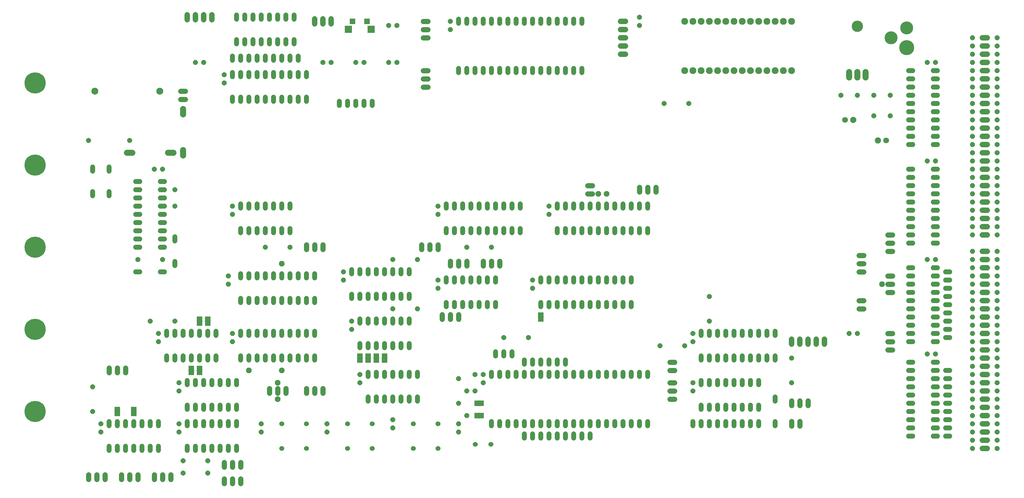
<source format=gbs>
G75*
%MOIN*%
%OFA0B0*%
%FSLAX25Y25*%
%IPPOS*%
%LPD*%
%AMOC8*
5,1,8,0,0,1.08239X$1,22.5*
%
%ADD10C,0.06000*%
%ADD11C,0.06000*%
%ADD12C,0.06800*%
%ADD13R,0.06800X0.06800*%
%ADD14R,0.09050X0.09050*%
%ADD15OC8,0.06000*%
%ADD16C,0.18300*%
%ADD17C,0.15800*%
%ADD18OC8,0.07100*%
%ADD19C,0.07100*%
%ADD20C,0.07400*%
%ADD21C,0.13800*%
%ADD22OC8,0.06050*%
%ADD23C,0.25800*%
%ADD24C,0.06400*%
%ADD25R,0.05400X0.07100*%
%ADD26R,0.00600X0.07200*%
%ADD27OC8,0.06800*%
%ADD28C,0.08300*%
%ADD29R,0.07100X0.05400*%
%ADD30R,0.07200X0.00600*%
%ADD31C,0.08477*%
D10*
X0141300Y0073700D02*
X0141300Y0078900D01*
X0151300Y0078900D02*
X0151300Y0073700D01*
X0161300Y0073700D02*
X0161300Y0078900D01*
X0171300Y0078900D02*
X0171300Y0073700D01*
X0181300Y0073700D02*
X0181300Y0078900D01*
X0191300Y0078900D02*
X0191300Y0073700D01*
X0201300Y0073700D02*
X0201300Y0078900D01*
X0236300Y0078900D02*
X0236300Y0073700D01*
X0246300Y0073700D02*
X0246300Y0078900D01*
X0256300Y0078900D02*
X0256300Y0073700D01*
X0266300Y0073700D02*
X0266300Y0078900D01*
X0276300Y0078900D02*
X0276300Y0073700D01*
X0286300Y0073700D02*
X0286300Y0078900D01*
X0296300Y0078900D02*
X0296300Y0073700D01*
X0296300Y0103700D02*
X0296300Y0108900D01*
X0286300Y0108900D02*
X0286300Y0103700D01*
X0276300Y0103700D02*
X0276300Y0108900D01*
X0266300Y0108900D02*
X0266300Y0103700D01*
X0256300Y0103700D02*
X0256300Y0108900D01*
X0246300Y0108900D02*
X0246300Y0103700D01*
X0236300Y0103700D02*
X0236300Y0108900D01*
X0236300Y0123700D02*
X0236300Y0128900D01*
X0246300Y0128900D02*
X0246300Y0123700D01*
X0256300Y0123700D02*
X0256300Y0128900D01*
X0266300Y0128900D02*
X0266300Y0123700D01*
X0276300Y0123700D02*
X0276300Y0128900D01*
X0286300Y0128900D02*
X0286300Y0123700D01*
X0296300Y0123700D02*
X0296300Y0128900D01*
X0296300Y0153700D02*
X0296300Y0158900D01*
X0286300Y0158900D02*
X0286300Y0153700D01*
X0276300Y0153700D02*
X0276300Y0158900D01*
X0266300Y0158900D02*
X0266300Y0153700D01*
X0256300Y0153700D02*
X0256300Y0158900D01*
X0246300Y0158900D02*
X0246300Y0153700D01*
X0236300Y0153700D02*
X0236300Y0158900D01*
X0231300Y0183700D02*
X0231300Y0188900D01*
X0221300Y0188900D02*
X0221300Y0183700D01*
X0211300Y0183700D02*
X0211300Y0188900D01*
X0241300Y0188900D02*
X0241300Y0183700D01*
X0251300Y0183700D02*
X0251300Y0188900D01*
X0261300Y0188900D02*
X0261300Y0183700D01*
X0271300Y0183700D02*
X0271300Y0188900D01*
X0271300Y0213700D02*
X0271300Y0218900D01*
X0261300Y0218900D02*
X0261300Y0213700D01*
X0251300Y0213700D02*
X0251300Y0218900D01*
X0241300Y0218900D02*
X0241300Y0213700D01*
X0231300Y0213700D02*
X0231300Y0218900D01*
X0221300Y0218900D02*
X0221300Y0213700D01*
X0211300Y0213700D02*
X0211300Y0218900D01*
X0301300Y0218900D02*
X0301300Y0213700D01*
X0311300Y0213700D02*
X0311300Y0218900D01*
X0321300Y0218900D02*
X0321300Y0213700D01*
X0331300Y0213700D02*
X0331300Y0218900D01*
X0341300Y0218900D02*
X0341300Y0213700D01*
X0351300Y0213700D02*
X0351300Y0218900D01*
X0361300Y0218900D02*
X0361300Y0213700D01*
X0371300Y0213700D02*
X0371300Y0218900D01*
X0381300Y0218900D02*
X0381300Y0213700D01*
X0391300Y0213700D02*
X0391300Y0218900D01*
X0391300Y0188900D02*
X0391300Y0183700D01*
X0381300Y0183700D02*
X0381300Y0188900D01*
X0371300Y0188900D02*
X0371300Y0183700D01*
X0361300Y0183700D02*
X0361300Y0188900D01*
X0351300Y0188900D02*
X0351300Y0183700D01*
X0341300Y0183700D02*
X0341300Y0188900D01*
X0331300Y0188900D02*
X0331300Y0183700D01*
X0321300Y0183700D02*
X0321300Y0188900D01*
X0311300Y0188900D02*
X0311300Y0183700D01*
X0301300Y0183700D02*
X0301300Y0188900D01*
X0301300Y0253700D02*
X0301300Y0258900D01*
X0311300Y0258900D02*
X0311300Y0253700D01*
X0321300Y0253700D02*
X0321300Y0258900D01*
X0331300Y0258900D02*
X0331300Y0253700D01*
X0341300Y0253700D02*
X0341300Y0258900D01*
X0351300Y0258900D02*
X0351300Y0253700D01*
X0361300Y0253700D02*
X0361300Y0258900D01*
X0371300Y0258900D02*
X0371300Y0253700D01*
X0381300Y0253700D02*
X0381300Y0258900D01*
X0391300Y0258900D02*
X0391300Y0253700D01*
X0391300Y0283700D02*
X0391300Y0288900D01*
X0381300Y0288900D02*
X0381300Y0283700D01*
X0371300Y0283700D02*
X0371300Y0288900D01*
X0361300Y0288900D02*
X0361300Y0283700D01*
X0351300Y0283700D02*
X0351300Y0288900D01*
X0341300Y0288900D02*
X0341300Y0283700D01*
X0331300Y0283700D02*
X0331300Y0288900D01*
X0321300Y0288900D02*
X0321300Y0283700D01*
X0311300Y0283700D02*
X0311300Y0288900D01*
X0301300Y0288900D02*
X0301300Y0283700D01*
X0221300Y0298700D02*
X0221300Y0303900D01*
X0208900Y0291300D02*
X0203700Y0291300D01*
X0178900Y0291300D02*
X0173700Y0291300D01*
X0173700Y0321300D02*
X0178900Y0321300D01*
X0178900Y0331300D02*
X0173700Y0331300D01*
X0173700Y0341300D02*
X0178900Y0341300D01*
X0178900Y0351300D02*
X0173700Y0351300D01*
X0173700Y0361300D02*
X0178900Y0361300D01*
X0178900Y0371300D02*
X0173700Y0371300D01*
X0173700Y0381300D02*
X0178900Y0381300D01*
X0178900Y0391300D02*
X0173700Y0391300D01*
X0173700Y0401300D02*
X0178900Y0401300D01*
X0203700Y0401300D02*
X0208900Y0401300D01*
X0208900Y0391300D02*
X0203700Y0391300D01*
X0203700Y0381300D02*
X0208900Y0381300D01*
X0208900Y0371300D02*
X0203700Y0371300D01*
X0203700Y0361300D02*
X0208900Y0361300D01*
X0208900Y0351300D02*
X0203700Y0351300D01*
X0203700Y0341300D02*
X0208900Y0341300D01*
X0208900Y0331300D02*
X0203700Y0331300D01*
X0221300Y0328700D02*
X0221300Y0333900D01*
X0208900Y0321300D02*
X0203700Y0321300D01*
X0301300Y0338700D02*
X0301300Y0343900D01*
X0311300Y0343900D02*
X0311300Y0338700D01*
X0321300Y0338700D02*
X0321300Y0343900D01*
X0331300Y0343900D02*
X0331300Y0338700D01*
X0341300Y0338700D02*
X0341300Y0343900D01*
X0351300Y0343900D02*
X0351300Y0338700D01*
X0361300Y0338700D02*
X0361300Y0343900D01*
X0361300Y0368700D02*
X0361300Y0373900D01*
X0351300Y0373900D02*
X0351300Y0368700D01*
X0341300Y0368700D02*
X0341300Y0373900D01*
X0331300Y0373900D02*
X0331300Y0368700D01*
X0321300Y0368700D02*
X0321300Y0373900D01*
X0311300Y0373900D02*
X0311300Y0368700D01*
X0301300Y0368700D02*
X0301300Y0373900D01*
X0436300Y0293900D02*
X0436300Y0288700D01*
X0446300Y0288700D02*
X0446300Y0293900D01*
X0456300Y0293900D02*
X0456300Y0288700D01*
X0466300Y0288700D02*
X0466300Y0293900D01*
X0476300Y0293900D02*
X0476300Y0288700D01*
X0486300Y0288700D02*
X0486300Y0293900D01*
X0496300Y0293900D02*
X0496300Y0288700D01*
X0506300Y0288700D02*
X0506300Y0293900D01*
X0551300Y0283900D02*
X0551300Y0278700D01*
X0561300Y0278700D02*
X0561300Y0283900D01*
X0571300Y0283900D02*
X0571300Y0278700D01*
X0581300Y0278700D02*
X0581300Y0283900D01*
X0591300Y0283900D02*
X0591300Y0278700D01*
X0601300Y0278700D02*
X0601300Y0283900D01*
X0611300Y0283900D02*
X0611300Y0278700D01*
X0611300Y0253900D02*
X0611300Y0248700D01*
X0601300Y0248700D02*
X0601300Y0253900D01*
X0591300Y0253900D02*
X0591300Y0248700D01*
X0581300Y0248700D02*
X0581300Y0253900D01*
X0571300Y0253900D02*
X0571300Y0248700D01*
X0561300Y0248700D02*
X0561300Y0253900D01*
X0551300Y0253900D02*
X0551300Y0248700D01*
X0506300Y0258700D02*
X0506300Y0263900D01*
X0496300Y0263900D02*
X0496300Y0258700D01*
X0486300Y0258700D02*
X0486300Y0263900D01*
X0476300Y0263900D02*
X0476300Y0258700D01*
X0466300Y0258700D02*
X0466300Y0263900D01*
X0456300Y0263900D02*
X0456300Y0258700D01*
X0446300Y0258700D02*
X0446300Y0263900D01*
X0436300Y0263900D02*
X0436300Y0258700D01*
X0446300Y0233900D02*
X0446300Y0228700D01*
X0456300Y0228700D02*
X0456300Y0233900D01*
X0466300Y0233900D02*
X0466300Y0228700D01*
X0476300Y0228700D02*
X0476300Y0233900D01*
X0486300Y0233900D02*
X0486300Y0228700D01*
X0496300Y0228700D02*
X0496300Y0233900D01*
X0506300Y0233900D02*
X0506300Y0228700D01*
X0506300Y0203900D02*
X0506300Y0198700D01*
X0496300Y0198700D02*
X0496300Y0203900D01*
X0486300Y0203900D02*
X0486300Y0198700D01*
X0476300Y0198700D02*
X0476300Y0203900D01*
X0466300Y0203900D02*
X0466300Y0198700D01*
X0456300Y0198700D02*
X0456300Y0203900D01*
X0446300Y0203900D02*
X0446300Y0198700D01*
X0456300Y0168900D02*
X0456300Y0163700D01*
X0466300Y0163700D02*
X0466300Y0168900D01*
X0476300Y0168900D02*
X0476300Y0163700D01*
X0486300Y0163700D02*
X0486300Y0168900D01*
X0496300Y0168900D02*
X0496300Y0163700D01*
X0506300Y0163700D02*
X0506300Y0168900D01*
X0516300Y0168900D02*
X0516300Y0163700D01*
X0516300Y0138900D02*
X0516300Y0133700D01*
X0506300Y0133700D02*
X0506300Y0138900D01*
X0496300Y0138900D02*
X0496300Y0133700D01*
X0486300Y0133700D02*
X0486300Y0138900D01*
X0476300Y0138900D02*
X0476300Y0133700D01*
X0466300Y0133700D02*
X0466300Y0138900D01*
X0456300Y0138900D02*
X0456300Y0133700D01*
X0606300Y0108900D02*
X0606300Y0103700D01*
X0616300Y0103700D02*
X0616300Y0108900D01*
X0626300Y0108900D02*
X0626300Y0103700D01*
X0636300Y0103700D02*
X0636300Y0108900D01*
X0646300Y0108900D02*
X0646300Y0103700D01*
X0656300Y0103700D02*
X0656300Y0108900D01*
X0666300Y0108900D02*
X0666300Y0103700D01*
X0676300Y0103700D02*
X0676300Y0108900D01*
X0686300Y0108900D02*
X0686300Y0103700D01*
X0696300Y0103700D02*
X0696300Y0108900D01*
X0706300Y0108900D02*
X0706300Y0103700D01*
X0716300Y0103700D02*
X0716300Y0108900D01*
X0726300Y0108900D02*
X0726300Y0103700D01*
X0736300Y0103700D02*
X0736300Y0108900D01*
X0746300Y0108900D02*
X0746300Y0103700D01*
X0756300Y0103700D02*
X0756300Y0108900D01*
X0766300Y0108900D02*
X0766300Y0103700D01*
X0776300Y0103700D02*
X0776300Y0108900D01*
X0786300Y0108900D02*
X0786300Y0103700D01*
X0796300Y0103700D02*
X0796300Y0108900D01*
X0851300Y0108900D02*
X0851300Y0103700D01*
X0861300Y0103700D02*
X0861300Y0108900D01*
X0871300Y0108900D02*
X0871300Y0103700D01*
X0881300Y0103700D02*
X0881300Y0108900D01*
X0891300Y0108900D02*
X0891300Y0103700D01*
X0901300Y0103700D02*
X0901300Y0108900D01*
X0911300Y0108900D02*
X0911300Y0103700D01*
X0921300Y0103700D02*
X0921300Y0108900D01*
X0931300Y0108900D02*
X0931300Y0103700D01*
X0951300Y0103700D02*
X0951300Y0108900D01*
X0931300Y0123700D02*
X0931300Y0128900D01*
X0921300Y0128900D02*
X0921300Y0123700D01*
X0911300Y0123700D02*
X0911300Y0128900D01*
X0901300Y0128900D02*
X0901300Y0123700D01*
X0891300Y0123700D02*
X0891300Y0128900D01*
X0881300Y0128900D02*
X0881300Y0123700D01*
X0871300Y0123700D02*
X0871300Y0128900D01*
X0861300Y0128900D02*
X0861300Y0123700D01*
X0861300Y0153700D02*
X0861300Y0158900D01*
X0871300Y0158900D02*
X0871300Y0153700D01*
X0881300Y0153700D02*
X0881300Y0158900D01*
X0891300Y0158900D02*
X0891300Y0153700D01*
X0901300Y0153700D02*
X0901300Y0158900D01*
X0911300Y0158900D02*
X0911300Y0153700D01*
X0921300Y0153700D02*
X0921300Y0158900D01*
X0931300Y0158900D02*
X0931300Y0153700D01*
X0951300Y0138900D02*
X0951300Y0133700D01*
X0951300Y0183700D02*
X0951300Y0188900D01*
X0941300Y0188900D02*
X0941300Y0183700D01*
X0931300Y0183700D02*
X0931300Y0188900D01*
X0921300Y0188900D02*
X0921300Y0183700D01*
X0911300Y0183700D02*
X0911300Y0188900D01*
X0901300Y0188900D02*
X0901300Y0183700D01*
X0891300Y0183700D02*
X0891300Y0188900D01*
X0881300Y0188900D02*
X0881300Y0183700D01*
X0871300Y0183700D02*
X0871300Y0188900D01*
X0861300Y0188900D02*
X0861300Y0183700D01*
X0861300Y0213700D02*
X0861300Y0218900D01*
X0871300Y0218900D02*
X0871300Y0213700D01*
X0881300Y0213700D02*
X0881300Y0218900D01*
X0891300Y0218900D02*
X0891300Y0213700D01*
X0901300Y0213700D02*
X0901300Y0218900D01*
X0911300Y0218900D02*
X0911300Y0213700D01*
X0921300Y0213700D02*
X0921300Y0218900D01*
X0931300Y0218900D02*
X0931300Y0213700D01*
X0941300Y0213700D02*
X0941300Y0218900D01*
X0951300Y0218900D02*
X0951300Y0213700D01*
X0796300Y0168900D02*
X0796300Y0163700D01*
X0786300Y0163700D02*
X0786300Y0168900D01*
X0776300Y0168900D02*
X0776300Y0163700D01*
X0766300Y0163700D02*
X0766300Y0168900D01*
X0756300Y0168900D02*
X0756300Y0163700D01*
X0746300Y0163700D02*
X0746300Y0168900D01*
X0736300Y0168900D02*
X0736300Y0163700D01*
X0726300Y0163700D02*
X0726300Y0168900D01*
X0716300Y0168900D02*
X0716300Y0163700D01*
X0706300Y0163700D02*
X0706300Y0168900D01*
X0696300Y0168900D02*
X0696300Y0163700D01*
X0686300Y0163700D02*
X0686300Y0168900D01*
X0686300Y0178700D02*
X0686300Y0183900D01*
X0676300Y0183900D02*
X0676300Y0178700D01*
X0676300Y0168900D02*
X0676300Y0163700D01*
X0666300Y0163700D02*
X0666300Y0168900D01*
X0666300Y0178700D02*
X0666300Y0183900D01*
X0656300Y0183900D02*
X0656300Y0178700D01*
X0656300Y0168900D02*
X0656300Y0163700D01*
X0646300Y0163700D02*
X0646300Y0168900D01*
X0646300Y0178700D02*
X0646300Y0183900D01*
X0631300Y0188700D02*
X0631300Y0193900D01*
X0621300Y0193900D02*
X0621300Y0188700D01*
X0611300Y0188700D02*
X0611300Y0193900D01*
X0606300Y0168900D02*
X0606300Y0163700D01*
X0616300Y0163700D02*
X0616300Y0168900D01*
X0626300Y0168900D02*
X0626300Y0163700D01*
X0636300Y0163700D02*
X0636300Y0168900D01*
X0696300Y0178700D02*
X0696300Y0183900D01*
X0696300Y0248700D02*
X0696300Y0253900D01*
X0706300Y0253900D02*
X0706300Y0248700D01*
X0716300Y0248700D02*
X0716300Y0253900D01*
X0726300Y0253900D02*
X0726300Y0248700D01*
X0736300Y0248700D02*
X0736300Y0253900D01*
X0746300Y0253900D02*
X0746300Y0248700D01*
X0756300Y0248700D02*
X0756300Y0253900D01*
X0766300Y0253900D02*
X0766300Y0248700D01*
X0776300Y0248700D02*
X0776300Y0253900D01*
X0776300Y0278700D02*
X0776300Y0283900D01*
X0766300Y0283900D02*
X0766300Y0278700D01*
X0756300Y0278700D02*
X0756300Y0283900D01*
X0746300Y0283900D02*
X0746300Y0278700D01*
X0736300Y0278700D02*
X0736300Y0283900D01*
X0726300Y0283900D02*
X0726300Y0278700D01*
X0716300Y0278700D02*
X0716300Y0283900D01*
X0706300Y0283900D02*
X0706300Y0278700D01*
X0696300Y0278700D02*
X0696300Y0283900D01*
X0686300Y0283900D02*
X0686300Y0278700D01*
X0676300Y0278700D02*
X0676300Y0283900D01*
X0666300Y0283900D02*
X0666300Y0278700D01*
X0666300Y0253900D02*
X0666300Y0248700D01*
X0676300Y0248700D02*
X0676300Y0253900D01*
X0686300Y0253900D02*
X0686300Y0248700D01*
X0686300Y0338700D02*
X0686300Y0343900D01*
X0696300Y0343900D02*
X0696300Y0338700D01*
X0706300Y0338700D02*
X0706300Y0343900D01*
X0716300Y0343900D02*
X0716300Y0338700D01*
X0726300Y0338700D02*
X0726300Y0343900D01*
X0736300Y0343900D02*
X0736300Y0338700D01*
X0746300Y0338700D02*
X0746300Y0343900D01*
X0756300Y0343900D02*
X0756300Y0338700D01*
X0766300Y0338700D02*
X0766300Y0343900D01*
X0776300Y0343900D02*
X0776300Y0338700D01*
X0786300Y0338700D02*
X0786300Y0343900D01*
X0796300Y0343900D02*
X0796300Y0338700D01*
X0796300Y0368700D02*
X0796300Y0373900D01*
X0786300Y0373900D02*
X0786300Y0368700D01*
X0776300Y0368700D02*
X0776300Y0373900D01*
X0766300Y0373900D02*
X0766300Y0368700D01*
X0756300Y0368700D02*
X0756300Y0373900D01*
X0746300Y0373900D02*
X0746300Y0368700D01*
X0736300Y0368700D02*
X0736300Y0373900D01*
X0726300Y0373900D02*
X0726300Y0368700D01*
X0716300Y0368700D02*
X0716300Y0373900D01*
X0706300Y0373900D02*
X0706300Y0368700D01*
X0696300Y0368700D02*
X0696300Y0373900D01*
X0686300Y0373900D02*
X0686300Y0368700D01*
X0641300Y0368700D02*
X0641300Y0373900D01*
X0631300Y0373900D02*
X0631300Y0368700D01*
X0621300Y0368700D02*
X0621300Y0373900D01*
X0611300Y0373900D02*
X0611300Y0368700D01*
X0601300Y0368700D02*
X0601300Y0373900D01*
X0591300Y0373900D02*
X0591300Y0368700D01*
X0581300Y0368700D02*
X0581300Y0373900D01*
X0571300Y0373900D02*
X0571300Y0368700D01*
X0561300Y0368700D02*
X0561300Y0373900D01*
X0551300Y0373900D02*
X0551300Y0368700D01*
X0551300Y0343900D02*
X0551300Y0338700D01*
X0561300Y0338700D02*
X0561300Y0343900D01*
X0571300Y0343900D02*
X0571300Y0338700D01*
X0581300Y0338700D02*
X0581300Y0343900D01*
X0591300Y0343900D02*
X0591300Y0338700D01*
X0601300Y0338700D02*
X0601300Y0343900D01*
X0611300Y0343900D02*
X0611300Y0338700D01*
X0621300Y0338700D02*
X0621300Y0343900D01*
X0631300Y0343900D02*
X0631300Y0338700D01*
X0641300Y0338700D02*
X0641300Y0343900D01*
X0461300Y0493700D02*
X0461300Y0498900D01*
X0451300Y0498900D02*
X0451300Y0493700D01*
X0441300Y0493700D02*
X0441300Y0498900D01*
X0431300Y0498900D02*
X0431300Y0493700D01*
X0421300Y0493700D02*
X0421300Y0498900D01*
X0381300Y0498700D02*
X0381300Y0503900D01*
X0371300Y0503900D02*
X0371300Y0498700D01*
X0361300Y0498700D02*
X0361300Y0503900D01*
X0351300Y0503900D02*
X0351300Y0498700D01*
X0341300Y0498700D02*
X0341300Y0503900D01*
X0331300Y0503900D02*
X0331300Y0498700D01*
X0321300Y0498700D02*
X0321300Y0503900D01*
X0311300Y0503900D02*
X0311300Y0498700D01*
X0301300Y0498700D02*
X0301300Y0503900D01*
X0291300Y0503900D02*
X0291300Y0498700D01*
X0291300Y0528700D02*
X0291300Y0533900D01*
X0301300Y0533900D02*
X0301300Y0528700D01*
X0311300Y0528700D02*
X0311300Y0533900D01*
X0321300Y0533900D02*
X0321300Y0528700D01*
X0331300Y0528700D02*
X0331300Y0533900D01*
X0341300Y0533900D02*
X0341300Y0528700D01*
X0351300Y0528700D02*
X0351300Y0533900D01*
X0361300Y0533900D02*
X0361300Y0528700D01*
X0371300Y0528700D02*
X0371300Y0533900D01*
X0381300Y0533900D02*
X0381300Y0528700D01*
X0371300Y0548700D02*
X0371300Y0553900D01*
X0361300Y0553900D02*
X0361300Y0548700D01*
X0351300Y0548700D02*
X0351300Y0553900D01*
X0341300Y0553900D02*
X0341300Y0548700D01*
X0331300Y0548700D02*
X0331300Y0553900D01*
X0321300Y0553900D02*
X0321300Y0548700D01*
X0311300Y0548700D02*
X0311300Y0553900D01*
X0301300Y0553900D02*
X0301300Y0548700D01*
X0291300Y0548700D02*
X0291300Y0553900D01*
X0296300Y0568700D02*
X0296300Y0573900D01*
X0306300Y0573900D02*
X0306300Y0568700D01*
X0316300Y0568700D02*
X0316300Y0573900D01*
X0326300Y0573900D02*
X0326300Y0568700D01*
X0336300Y0568700D02*
X0336300Y0573900D01*
X0346300Y0573900D02*
X0346300Y0568700D01*
X0356300Y0568700D02*
X0356300Y0573900D01*
X0366300Y0573900D02*
X0366300Y0568700D01*
X0366300Y0598700D02*
X0366300Y0603900D01*
X0356300Y0603900D02*
X0356300Y0598700D01*
X0346300Y0598700D02*
X0346300Y0603900D01*
X0336300Y0603900D02*
X0336300Y0598700D01*
X0326300Y0598700D02*
X0326300Y0603900D01*
X0316300Y0603900D02*
X0316300Y0598700D01*
X0306300Y0598700D02*
X0306300Y0603900D01*
X0296300Y0603900D02*
X0296300Y0598700D01*
X0566300Y0598900D02*
X0566300Y0593700D01*
X0576300Y0593700D02*
X0576300Y0598900D01*
X0586300Y0598900D02*
X0586300Y0593700D01*
X0596300Y0593700D02*
X0596300Y0598900D01*
X0606300Y0598900D02*
X0606300Y0593700D01*
X0616300Y0593700D02*
X0616300Y0598900D01*
X0626300Y0598900D02*
X0626300Y0593700D01*
X0636300Y0593700D02*
X0636300Y0598900D01*
X0646300Y0598900D02*
X0646300Y0593700D01*
X0656300Y0593700D02*
X0656300Y0598900D01*
X0666300Y0598900D02*
X0666300Y0593700D01*
X0676300Y0593700D02*
X0676300Y0598900D01*
X0686300Y0598900D02*
X0686300Y0593700D01*
X0696300Y0593700D02*
X0696300Y0598900D01*
X0706300Y0598900D02*
X0706300Y0593700D01*
X0716300Y0593700D02*
X0716300Y0598900D01*
X0716300Y0538900D02*
X0716300Y0533700D01*
X0706300Y0533700D02*
X0706300Y0538900D01*
X0696300Y0538900D02*
X0696300Y0533700D01*
X0686300Y0533700D02*
X0686300Y0538900D01*
X0676300Y0538900D02*
X0676300Y0533700D01*
X0666300Y0533700D02*
X0666300Y0538900D01*
X0656300Y0538900D02*
X0656300Y0533700D01*
X0646300Y0533700D02*
X0646300Y0538900D01*
X0636300Y0538900D02*
X0636300Y0533700D01*
X0626300Y0533700D02*
X0626300Y0538900D01*
X0616300Y0538900D02*
X0616300Y0533700D01*
X0606300Y0533700D02*
X0606300Y0538900D01*
X0596300Y0538900D02*
X0596300Y0533700D01*
X0586300Y0533700D02*
X0586300Y0538900D01*
X0576300Y0538900D02*
X0576300Y0533700D01*
X0566300Y0533700D02*
X0566300Y0538900D01*
X0141300Y0418900D02*
X0141300Y0413700D01*
X0121300Y0413700D02*
X0121300Y0418900D01*
X0121300Y0388900D02*
X0121300Y0383700D01*
X0141300Y0383700D02*
X0141300Y0388900D01*
X0141300Y0108900D02*
X0141300Y0103700D01*
X0151300Y0103700D02*
X0151300Y0108900D01*
X0161300Y0108900D02*
X0161300Y0103700D01*
X0171300Y0103700D02*
X0171300Y0108900D01*
X0181300Y0108900D02*
X0181300Y0103700D01*
X0191300Y0103700D02*
X0191300Y0108900D01*
X0201300Y0108900D02*
X0201300Y0103700D01*
X0646300Y0093900D02*
X0646300Y0088700D01*
X0656300Y0088700D02*
X0656300Y0093900D01*
X0666300Y0093900D02*
X0666300Y0088700D01*
X0676300Y0088700D02*
X0676300Y0093900D01*
X0686300Y0093900D02*
X0686300Y0088700D01*
X0696300Y0088700D02*
X0696300Y0093900D01*
X0706300Y0093900D02*
X0706300Y0088700D01*
X0716300Y0088700D02*
X0716300Y0093900D01*
X0726300Y0093900D02*
X0726300Y0088700D01*
X1113700Y0091300D02*
X1118900Y0091300D01*
X1118900Y0101300D02*
X1113700Y0101300D01*
X1113700Y0111300D02*
X1118900Y0111300D01*
X1118900Y0121300D02*
X1113700Y0121300D01*
X1113700Y0131300D02*
X1118900Y0131300D01*
X1118900Y0141300D02*
X1113700Y0141300D01*
X1113700Y0151300D02*
X1118900Y0151300D01*
X1118900Y0161300D02*
X1113700Y0161300D01*
X1113700Y0171300D02*
X1118900Y0171300D01*
X1118900Y0181300D02*
X1113700Y0181300D01*
X1143700Y0181300D02*
X1148900Y0181300D01*
X1148900Y0171300D02*
X1143700Y0171300D01*
X1158700Y0171300D02*
X1163900Y0171300D01*
X1163900Y0161300D02*
X1158700Y0161300D01*
X1148900Y0161300D02*
X1143700Y0161300D01*
X1143700Y0151300D02*
X1148900Y0151300D01*
X1158700Y0151300D02*
X1163900Y0151300D01*
X1163900Y0141300D02*
X1158700Y0141300D01*
X1148900Y0141300D02*
X1143700Y0141300D01*
X1143700Y0131300D02*
X1148900Y0131300D01*
X1158700Y0131300D02*
X1163900Y0131300D01*
X1163900Y0121300D02*
X1158700Y0121300D01*
X1148900Y0121300D02*
X1143700Y0121300D01*
X1143700Y0111300D02*
X1148900Y0111300D01*
X1158700Y0111300D02*
X1163900Y0111300D01*
X1163900Y0101300D02*
X1158700Y0101300D01*
X1148900Y0101300D02*
X1143700Y0101300D01*
X1143700Y0091300D02*
X1148900Y0091300D01*
X1158700Y0091300D02*
X1163900Y0091300D01*
X1148900Y0206300D02*
X1143700Y0206300D01*
X1158700Y0211300D02*
X1163900Y0211300D01*
X1148900Y0216300D02*
X1143700Y0216300D01*
X1143700Y0226300D02*
X1148900Y0226300D01*
X1158700Y0231300D02*
X1163900Y0231300D01*
X1163900Y0221300D02*
X1158700Y0221300D01*
X1148900Y0236300D02*
X1143700Y0236300D01*
X1158700Y0241300D02*
X1163900Y0241300D01*
X1163900Y0251300D02*
X1158700Y0251300D01*
X1148900Y0256300D02*
X1143700Y0256300D01*
X1143700Y0246300D02*
X1148900Y0246300D01*
X1158700Y0261300D02*
X1163900Y0261300D01*
X1163900Y0271300D02*
X1158700Y0271300D01*
X1148900Y0276300D02*
X1143700Y0276300D01*
X1143700Y0266300D02*
X1148900Y0266300D01*
X1158700Y0281300D02*
X1163900Y0281300D01*
X1163900Y0291300D02*
X1158700Y0291300D01*
X1148900Y0296300D02*
X1143700Y0296300D01*
X1143700Y0286300D02*
X1148900Y0286300D01*
X1118900Y0286300D02*
X1113700Y0286300D01*
X1113700Y0296300D02*
X1118900Y0296300D01*
X1118900Y0276300D02*
X1113700Y0276300D01*
X1113700Y0266300D02*
X1118900Y0266300D01*
X1118900Y0256300D02*
X1113700Y0256300D01*
X1113700Y0246300D02*
X1118900Y0246300D01*
X1118900Y0236300D02*
X1113700Y0236300D01*
X1113700Y0226300D02*
X1118900Y0226300D01*
X1118900Y0216300D02*
X1113700Y0216300D01*
X1113700Y0206300D02*
X1118900Y0206300D01*
X1118900Y0326300D02*
X1113700Y0326300D01*
X1113700Y0336300D02*
X1118900Y0336300D01*
X1118900Y0346300D02*
X1113700Y0346300D01*
X1113700Y0356300D02*
X1118900Y0356300D01*
X1118900Y0366300D02*
X1113700Y0366300D01*
X1113700Y0376300D02*
X1118900Y0376300D01*
X1118900Y0386300D02*
X1113700Y0386300D01*
X1113700Y0396300D02*
X1118900Y0396300D01*
X1118900Y0406300D02*
X1113700Y0406300D01*
X1113700Y0416300D02*
X1118900Y0416300D01*
X1143700Y0416300D02*
X1148900Y0416300D01*
X1148900Y0406300D02*
X1143700Y0406300D01*
X1143700Y0396300D02*
X1148900Y0396300D01*
X1148900Y0386300D02*
X1143700Y0386300D01*
X1143700Y0376300D02*
X1148900Y0376300D01*
X1148900Y0366300D02*
X1143700Y0366300D01*
X1143700Y0356300D02*
X1148900Y0356300D01*
X1148900Y0346300D02*
X1143700Y0346300D01*
X1143700Y0336300D02*
X1148900Y0336300D01*
X1148900Y0326300D02*
X1143700Y0326300D01*
X1143700Y0446300D02*
X1148900Y0446300D01*
X1148900Y0456300D02*
X1143700Y0456300D01*
X1143700Y0466300D02*
X1148900Y0466300D01*
X1148900Y0476300D02*
X1143700Y0476300D01*
X1143700Y0486300D02*
X1148900Y0486300D01*
X1148900Y0496300D02*
X1143700Y0496300D01*
X1143700Y0506300D02*
X1148900Y0506300D01*
X1148900Y0516300D02*
X1143700Y0516300D01*
X1143700Y0526300D02*
X1148900Y0526300D01*
X1148900Y0536300D02*
X1143700Y0536300D01*
X1118900Y0536300D02*
X1113700Y0536300D01*
X1113700Y0526300D02*
X1118900Y0526300D01*
X1118900Y0516300D02*
X1113700Y0516300D01*
X1113700Y0506300D02*
X1118900Y0506300D01*
X1118900Y0496300D02*
X1113700Y0496300D01*
X1113700Y0486300D02*
X1118900Y0486300D01*
X1118900Y0476300D02*
X1113700Y0476300D01*
X1113700Y0466300D02*
X1118900Y0466300D01*
X1118900Y0456300D02*
X1113700Y0456300D01*
X1113700Y0446300D02*
X1118900Y0446300D01*
D11*
X0541300Y0106300D03*
X0511300Y0106300D03*
X0461300Y0106300D03*
X0431300Y0106300D03*
X0381300Y0106300D03*
X0351300Y0106300D03*
X0351300Y0076300D03*
X0381300Y0076300D03*
X0431300Y0076300D03*
X0461300Y0076300D03*
X0511300Y0076300D03*
X0541300Y0076300D03*
X0586800Y0081300D03*
X0605800Y0081300D03*
D12*
X0971300Y0203300D02*
X0971300Y0209300D01*
X0981300Y0209300D02*
X0981300Y0203300D01*
X0991300Y0203300D02*
X0991300Y0209300D01*
X1001300Y0209300D02*
X1001300Y0203300D01*
X1011300Y0203300D02*
X1011300Y0209300D01*
X1203300Y0206300D02*
X1209300Y0206300D01*
X1209300Y0196300D02*
X1203300Y0196300D01*
X1203300Y0186300D02*
X1209300Y0186300D01*
X1209300Y0176300D02*
X1203300Y0176300D01*
X1203300Y0166300D02*
X1209300Y0166300D01*
X1209300Y0156300D02*
X1203300Y0156300D01*
X1203300Y0146300D02*
X1209300Y0146300D01*
X1209300Y0136300D02*
X1203300Y0136300D01*
X1203300Y0126300D02*
X1209300Y0126300D01*
X1209300Y0116300D02*
X1203300Y0116300D01*
X1203300Y0106300D02*
X1209300Y0106300D01*
X1209300Y0096300D02*
X1203300Y0096300D01*
X1203300Y0086300D02*
X1209300Y0086300D01*
X1209300Y0076300D02*
X1203300Y0076300D01*
X1203300Y0216300D02*
X1209300Y0216300D01*
X1209300Y0226300D02*
X1203300Y0226300D01*
X1203300Y0236300D02*
X1209300Y0236300D01*
X1209300Y0246300D02*
X1203300Y0246300D01*
X1203300Y0256300D02*
X1209300Y0256300D01*
X1209300Y0266300D02*
X1203300Y0266300D01*
X1203300Y0276300D02*
X1209300Y0276300D01*
X1209300Y0286300D02*
X1203300Y0286300D01*
X1203300Y0296300D02*
X1209300Y0296300D01*
X1209300Y0306300D02*
X1203300Y0306300D01*
X1203300Y0316300D02*
X1209300Y0316300D01*
X1209300Y0336300D02*
X1203300Y0336300D01*
X1203300Y0346300D02*
X1209300Y0346300D01*
X1209300Y0356300D02*
X1203300Y0356300D01*
X1203300Y0366300D02*
X1209300Y0366300D01*
X1209300Y0376300D02*
X1203300Y0376300D01*
X1203300Y0386300D02*
X1209300Y0386300D01*
X1209300Y0396300D02*
X1203300Y0396300D01*
X1203300Y0406300D02*
X1209300Y0406300D01*
X1209300Y0416300D02*
X1203300Y0416300D01*
X1203300Y0426300D02*
X1209300Y0426300D01*
X1209300Y0436300D02*
X1203300Y0436300D01*
X1203300Y0446300D02*
X1209300Y0446300D01*
X1209300Y0456300D02*
X1203300Y0456300D01*
X1203300Y0466300D02*
X1209300Y0466300D01*
X1209300Y0476300D02*
X1203300Y0476300D01*
X1203300Y0486300D02*
X1209300Y0486300D01*
X1209300Y0496300D02*
X1203300Y0496300D01*
X1203300Y0506300D02*
X1209300Y0506300D01*
X1209300Y0516300D02*
X1203300Y0516300D01*
X1203300Y0526300D02*
X1209300Y0526300D01*
X1209300Y0536300D02*
X1203300Y0536300D01*
X1203300Y0546300D02*
X1209300Y0546300D01*
X1209300Y0556300D02*
X1203300Y0556300D01*
X1203300Y0566300D02*
X1209300Y0566300D01*
X1209300Y0576300D02*
X1203300Y0576300D01*
X0769300Y0576300D02*
X0763300Y0576300D01*
X0763300Y0566300D02*
X0769300Y0566300D01*
X0769300Y0556300D02*
X0763300Y0556300D01*
X0763300Y0586300D02*
X0769300Y0586300D01*
X0769300Y0596300D02*
X0763300Y0596300D01*
X0411300Y0593300D02*
X0411300Y0599300D01*
X0401300Y0599300D02*
X0401300Y0593300D01*
X0391300Y0593300D02*
X0391300Y0599300D01*
X0266300Y0598300D02*
X0266300Y0604300D01*
X0256300Y0604300D02*
X0256300Y0598300D01*
X0246300Y0598300D02*
X0246300Y0604300D01*
X0236300Y0604300D02*
X0236300Y0598300D01*
D13*
X0437450Y0596200D03*
X0455150Y0596200D03*
D14*
X0460100Y0586400D03*
X0432500Y0586400D03*
D15*
X0481300Y0591300D03*
X0491300Y0591300D03*
X0556300Y0586300D03*
X0556300Y0596300D03*
X0491300Y0546300D03*
X0481300Y0546300D03*
X0451300Y0546300D03*
X0441300Y0546300D03*
X0411300Y0546300D03*
X0401300Y0546300D03*
X0281300Y0531300D03*
X0281300Y0521300D03*
X0256300Y0546300D03*
X0246300Y0546300D03*
X0166300Y0451300D03*
X0116300Y0451300D03*
X0196300Y0416300D03*
X0206300Y0416300D03*
X0221300Y0391300D03*
X0221300Y0371300D03*
X0291300Y0371300D03*
X0291300Y0361300D03*
X0331300Y0321300D03*
X0361300Y0321300D03*
X0426300Y0291300D03*
X0426300Y0281300D03*
X0486300Y0306300D03*
X0516300Y0306300D03*
X0541300Y0281300D03*
X0541300Y0271300D03*
X0516300Y0246300D03*
X0486300Y0246300D03*
X0436300Y0231300D03*
X0436300Y0221300D03*
X0446300Y0166300D03*
X0446300Y0156300D03*
X0486300Y0111300D03*
X0486300Y0101300D03*
X0566300Y0096300D03*
X0566300Y0106300D03*
X0576300Y0116300D03*
X0566300Y0131300D03*
X0576300Y0146300D03*
X0586300Y0146300D03*
X0596300Y0156300D03*
X0596300Y0166300D03*
X0586300Y0166300D03*
X0566300Y0161300D03*
X0621300Y0211300D03*
X0651300Y0211300D03*
X0656300Y0271300D03*
X0656300Y0281300D03*
X0606300Y0321300D03*
X0576300Y0321300D03*
X0541300Y0361300D03*
X0541300Y0371300D03*
X0676300Y0371300D03*
X0676300Y0361300D03*
X0871300Y0261300D03*
X0871300Y0231300D03*
X0851300Y0216300D03*
X0851300Y0206300D03*
X0841300Y0201300D03*
X0811300Y0201300D03*
X0851300Y0156300D03*
X0851300Y0146300D03*
X0971300Y0156300D03*
X0971300Y0186300D03*
X1041300Y0216300D03*
X1051300Y0216300D03*
X1136300Y0191300D03*
X1146300Y0191300D03*
X1146300Y0306300D03*
X1136300Y0306300D03*
X1136300Y0426300D03*
X1146300Y0426300D03*
X1091300Y0481300D03*
X1071300Y0481300D03*
X1071300Y0506300D03*
X1091300Y0506300D03*
X1051300Y0506300D03*
X1031300Y0506300D03*
X1136300Y0546300D03*
X1146300Y0546300D03*
X0846300Y0496300D03*
X0816300Y0496300D03*
X0786300Y0591300D03*
X0786300Y0601300D03*
X0206300Y0306300D03*
X0176300Y0306300D03*
X0286300Y0286300D03*
X0286300Y0276300D03*
X0221300Y0231300D03*
X0201300Y0216300D03*
X0201300Y0206300D03*
X0191300Y0231300D03*
X0291300Y0216300D03*
X0291300Y0206300D03*
X0226300Y0156300D03*
X0226300Y0146300D03*
X0226300Y0106300D03*
X0226300Y0096300D03*
X0231300Y0061300D03*
X0231300Y0046300D03*
X0261300Y0046300D03*
X0261300Y0061300D03*
X0326300Y0096300D03*
X0326300Y0106300D03*
X0406300Y0106300D03*
X0406300Y0096300D03*
X0131300Y0096300D03*
X0131300Y0106300D03*
X0121300Y0121300D03*
X0121300Y0151300D03*
D16*
X1111300Y0564095D03*
D17*
X1092402Y0576300D03*
X1111300Y0588111D03*
D18*
X1046300Y0476300D03*
X1076300Y0451300D03*
D19*
X1086300Y0451300D03*
X1036300Y0476300D03*
D20*
X1041300Y0528000D02*
X1041300Y0534600D01*
X1051300Y0534600D02*
X1051300Y0528000D01*
X1061300Y0528000D02*
X1061300Y0534600D01*
X0231300Y0489600D02*
X0231300Y0483000D01*
X0231300Y0439600D02*
X0231300Y0433000D01*
X0219600Y0436300D02*
X0213000Y0436300D01*
X0169600Y0436300D02*
X0163000Y0436300D01*
D21*
X1051300Y0590300D03*
D22*
X1191300Y0576300D03*
X1191300Y0566300D03*
X1191300Y0556300D03*
X1191300Y0546300D03*
X1191300Y0536300D03*
X1191300Y0526300D03*
X1191300Y0516300D03*
X1191300Y0506300D03*
X1191300Y0496300D03*
X1191300Y0486300D03*
X1191300Y0476300D03*
X1191300Y0466300D03*
X1191300Y0456300D03*
X1191300Y0446300D03*
X1191300Y0436300D03*
X1191300Y0426300D03*
X1191300Y0416300D03*
X1191300Y0406300D03*
X1191300Y0396300D03*
X1191300Y0386300D03*
X1191300Y0376300D03*
X1191300Y0366300D03*
X1191300Y0356300D03*
X1191300Y0346300D03*
X1191300Y0336300D03*
X1191300Y0316300D03*
X1191300Y0306300D03*
X1191300Y0296300D03*
X1191300Y0286300D03*
X1191300Y0276300D03*
X1191300Y0266300D03*
X1191300Y0256300D03*
X1191300Y0246300D03*
X1191300Y0236300D03*
X1191300Y0226300D03*
X1191300Y0216300D03*
X1191300Y0206300D03*
X1191300Y0196300D03*
X1191300Y0186300D03*
X1191300Y0176300D03*
X1191300Y0166300D03*
X1191300Y0156300D03*
X1191300Y0146300D03*
X1191300Y0136300D03*
X1191300Y0126300D03*
X1191300Y0116300D03*
X1191300Y0106300D03*
X1191300Y0096300D03*
X1191300Y0086300D03*
X1191300Y0076300D03*
X1221300Y0076300D03*
X1221300Y0086300D03*
X1221300Y0096300D03*
X1221300Y0106300D03*
X1221300Y0116300D03*
X1221300Y0126300D03*
X1221300Y0136300D03*
X1221300Y0146300D03*
X1221300Y0156300D03*
X1221300Y0166300D03*
X1221300Y0176300D03*
X1221300Y0186300D03*
X1221300Y0196300D03*
X1221300Y0206300D03*
X1221300Y0216300D03*
X1221300Y0226300D03*
X1221300Y0236300D03*
X1221300Y0246300D03*
X1221300Y0256300D03*
X1221300Y0266300D03*
X1221300Y0276300D03*
X1221300Y0286300D03*
X1221300Y0296300D03*
X1221300Y0306300D03*
X1221300Y0316300D03*
X1221300Y0336300D03*
X1221300Y0346300D03*
X1221300Y0356300D03*
X1221300Y0366300D03*
X1221300Y0376300D03*
X1221300Y0386300D03*
X1221300Y0396300D03*
X1221300Y0406300D03*
X1221300Y0416300D03*
X1221300Y0426300D03*
X1221300Y0436300D03*
X1221300Y0446300D03*
X1221300Y0456300D03*
X1221300Y0466300D03*
X1221300Y0476300D03*
X1221300Y0486300D03*
X1221300Y0496300D03*
X1221300Y0506300D03*
X1221300Y0516300D03*
X1221300Y0526300D03*
X1221300Y0536300D03*
X1221300Y0546300D03*
X1221300Y0556300D03*
X1221300Y0566300D03*
X1221300Y0576300D03*
D23*
X0051300Y0521300D03*
X0051300Y0421300D03*
X0051300Y0321300D03*
X0051300Y0221300D03*
X0051300Y0121300D03*
D24*
X0116300Y0044100D02*
X0116300Y0038500D01*
X0126300Y0038500D02*
X0126300Y0044100D01*
X0136300Y0044100D02*
X0136300Y0038500D01*
X0156300Y0038500D02*
X0156300Y0044100D01*
X0166300Y0044100D02*
X0166300Y0038500D01*
X0176300Y0038500D02*
X0176300Y0044100D01*
X0196300Y0044100D02*
X0196300Y0038500D01*
X0206300Y0038500D02*
X0206300Y0044100D01*
X0216300Y0044100D02*
X0216300Y0038500D01*
X0281300Y0039100D02*
X0281300Y0033500D01*
X0291300Y0033500D02*
X0291300Y0039100D01*
X0301300Y0039100D02*
X0301300Y0033500D01*
X0301300Y0053500D02*
X0301300Y0059100D01*
X0291300Y0059100D02*
X0291300Y0053500D01*
X0281300Y0053500D02*
X0281300Y0059100D01*
X0336300Y0143500D02*
X0336300Y0149100D01*
X0346300Y0149100D02*
X0346300Y0143500D01*
X0356300Y0143500D02*
X0356300Y0149100D01*
X0381300Y0149100D02*
X0381300Y0143500D01*
X0391300Y0143500D02*
X0391300Y0149100D01*
X0401300Y0149100D02*
X0401300Y0143500D01*
X0546300Y0233500D02*
X0546300Y0239100D01*
X0556300Y0239100D02*
X0556300Y0233500D01*
X0566300Y0233500D02*
X0566300Y0239100D01*
X0566300Y0298500D02*
X0566300Y0304100D01*
X0556300Y0304100D02*
X0556300Y0298500D01*
X0576300Y0298500D02*
X0576300Y0304100D01*
X0596300Y0304100D02*
X0596300Y0298500D01*
X0606300Y0298500D02*
X0606300Y0304100D01*
X0616300Y0304100D02*
X0616300Y0298500D01*
X0541300Y0318500D02*
X0541300Y0324100D01*
X0531300Y0324100D02*
X0531300Y0318500D01*
X0521300Y0318500D02*
X0521300Y0324100D01*
X0401300Y0324100D02*
X0401300Y0318500D01*
X0391300Y0318500D02*
X0391300Y0324100D01*
X0381300Y0324100D02*
X0381300Y0318500D01*
X0161300Y0174100D02*
X0161300Y0168500D01*
X0151300Y0168500D02*
X0151300Y0174100D01*
X0141300Y0174100D02*
X0141300Y0168500D01*
X0723500Y0386300D02*
X0729100Y0386300D01*
X0729100Y0396300D02*
X0723500Y0396300D01*
X0786300Y0394100D02*
X0786300Y0388500D01*
X0796300Y0388500D02*
X0796300Y0394100D01*
X0806300Y0394100D02*
X0806300Y0388500D01*
X1053500Y0311300D02*
X1059100Y0311300D01*
X1059100Y0301300D02*
X1053500Y0301300D01*
X1053500Y0291300D02*
X1059100Y0291300D01*
X1088500Y0286300D02*
X1094100Y0286300D01*
X1094100Y0276300D02*
X1088500Y0276300D01*
X1088500Y0266300D02*
X1094100Y0266300D01*
X1059100Y0256300D02*
X1053500Y0256300D01*
X1053500Y0246300D02*
X1059100Y0246300D01*
X1088500Y0216300D02*
X1094100Y0216300D01*
X1094100Y0206300D02*
X1088500Y0206300D01*
X1088500Y0196300D02*
X1094100Y0196300D01*
X0991300Y0134100D02*
X0991300Y0128500D01*
X0981300Y0128500D02*
X0981300Y0134100D01*
X0971300Y0134100D02*
X0971300Y0128500D01*
X0971300Y0109100D02*
X0971300Y0103500D01*
X0981300Y0103500D02*
X0981300Y0109100D01*
X0829100Y0136300D02*
X0823500Y0136300D01*
X0823500Y0146300D02*
X0829100Y0146300D01*
X0829100Y0156300D02*
X0823500Y0156300D01*
X0823500Y0171300D02*
X0829100Y0171300D01*
X0829100Y0181300D02*
X0823500Y0181300D01*
X1088500Y0316300D02*
X1094100Y0316300D01*
X1094100Y0326300D02*
X1088500Y0326300D01*
X1088500Y0336300D02*
X1094100Y0336300D01*
X0529100Y0516300D02*
X0523500Y0516300D01*
X0523500Y0526300D02*
X0529100Y0526300D01*
X0529100Y0536300D02*
X0523500Y0536300D01*
X0523500Y0576300D02*
X0529100Y0576300D01*
X0529100Y0586300D02*
X0523500Y0586300D01*
X0523500Y0596300D02*
X0529100Y0596300D01*
X0234100Y0511300D02*
X0228500Y0511300D01*
X0228500Y0501300D02*
X0234100Y0501300D01*
D25*
X0588300Y0131300D03*
X0594300Y0131300D03*
X0594300Y0116300D03*
X0588300Y0116300D03*
D26*
X0591300Y0116300D03*
X0591300Y0131300D03*
D27*
X0351300Y0171300D03*
X0346300Y0156300D03*
X0311300Y0171300D03*
X0346300Y0136300D03*
X0351300Y0301300D03*
X0736300Y0386300D03*
X0746300Y0386300D03*
X1081300Y0276300D03*
D28*
X0971300Y0536300D03*
X0961300Y0536300D03*
X0951300Y0536300D03*
X0941300Y0536300D03*
X0931300Y0536300D03*
X0921300Y0536300D03*
X0911300Y0536300D03*
X0901300Y0536300D03*
X0891300Y0536300D03*
X0881300Y0536300D03*
X0871300Y0536300D03*
X0861300Y0536300D03*
X0851300Y0536300D03*
X0841300Y0536300D03*
X0841300Y0596300D03*
X0851300Y0596300D03*
X0861300Y0596300D03*
X0871300Y0596300D03*
X0881300Y0596300D03*
X0891300Y0596300D03*
X0901300Y0596300D03*
X0911300Y0596300D03*
X0921300Y0596300D03*
X0931300Y0596300D03*
X0941300Y0596300D03*
X0951300Y0596300D03*
X0961300Y0596300D03*
X0971300Y0596300D03*
D29*
X0666300Y0239300D03*
X0666300Y0233300D03*
X0476300Y0189300D03*
X0476300Y0183300D03*
X0466300Y0183300D03*
X0466300Y0189300D03*
X0456300Y0189300D03*
X0456300Y0183300D03*
X0446300Y0183300D03*
X0446300Y0189300D03*
X0261300Y0228300D03*
X0261300Y0234300D03*
X0251300Y0234300D03*
X0251300Y0228300D03*
X0251300Y0174300D03*
X0251300Y0168300D03*
X0241300Y0168300D03*
X0241300Y0174300D03*
X0171300Y0124300D03*
X0171300Y0118300D03*
X0151300Y0118300D03*
X0151300Y0124300D03*
D30*
X0151300Y0121300D03*
X0171300Y0121300D03*
X0241300Y0171300D03*
X0251300Y0171300D03*
X0251300Y0231300D03*
X0261300Y0231300D03*
X0446300Y0186300D03*
X0456300Y0186300D03*
X0466300Y0186300D03*
X0476300Y0186300D03*
X0666300Y0236300D03*
D31*
X0202954Y0511300D03*
X0124213Y0511300D03*
M02*

</source>
